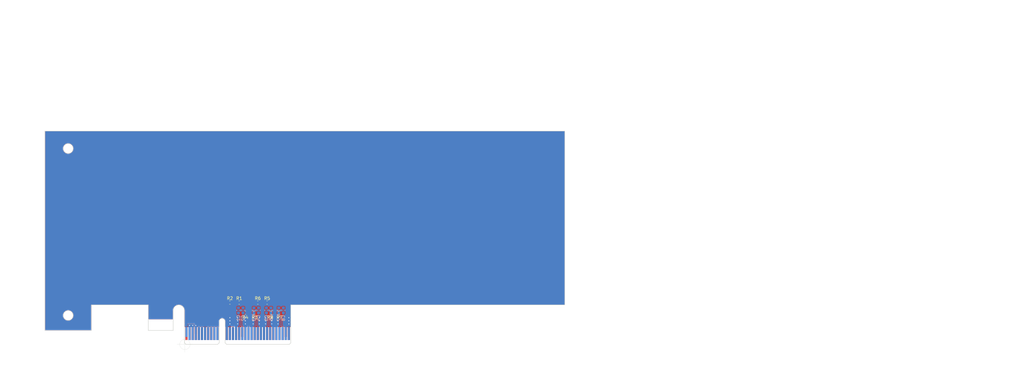
<source format=kicad_pcb>
(kicad_pcb (version 20211014) (generator pcbnew)
  (title_block (title "PCIexpress_x16_full") (company "Author: Luca Anastasio"))
  (layers (0 "F.Cu" power) (1 "In1.Cu" power) (2 "In2.Cu" power) (31 "B.Cu" power) (34 "B.Paste" user) (35 "F.Paste" user) (36 "B.SilkS" user "B.Silkscreen") (37 "F.SilkS" user "F.Silkscreen") (38 "B.Mask" user) (39 "F.Mask" user) (44 "Edge.Cuts" user))
  (net 0 "")
  (net 1 "GND")
  (net 2 "Net-(J2-PadA32)")
  (net 3 "Net-(J2-PadA19)")
  (net 4 "+12V")
  (net 5 "+3V3")
  (net 6 "+3.3VA")
  (net 7 "Net-(J2-PadB12)")
  (net 8 "Net-(J2-PadB30)")
  (net 9 "/PER0_P")
  (net 10 "/PER0_N")
  (net 11 "/PER1_P")
  (net 12 "/PER1_N")
  (net 13 "/PER2_P")
  (net 14 "/PER2_N")
  (net 15 "/PER3_P")
  (net 16 "/PER3_N")
  (net 17 "/~{PRSNT2x4}")
  (net 18 "/PET3_N")
  (net 19 "/PET3_P")
  (net 20 "/PET2_N")
  (net 21 "/PET2_P")
  (net 22 "/PET1_N")
  (net 23 "/PET1_P")
  (net 24 "/SMCLK")
  (net 25 "/SMDAT")
  (net 26 "/~{TRST}")
  (net 27 "/~{WAKE}")
  (net 28 "/PET0_P")
  (net 29 "/PET0_N")
  (net 30 "/~{PRSNT2x1}")
  (net 31 "/~{PRSNT1}")
  (net 32 "/TCK")
  (net 33 "/TDI")
  (net 34 "/TDO")
  (net 35 "/TMS")
  (net 36 "/~{PERST}")
  (net 37 "/REFCLK-")
  (net 38 "/REFCLK+")
  (net 39 "/PCIexpress_connector/_PER0_P")
  (net 40 "/PCIexpress_connector/_PER0_N")
  (net 41 "/PCIexpress_connector/_PER1_P")
  (net 42 "/PCIexpress_connector/_PER1_N")
  (net 43 "/PCIexpress_connector/_PER2_P")
  (net 44 "/PCIexpress_connector/_PER2_N")
  (net 45 "/PCIexpress_connector/_PER3_P")
  (net 46 "/PCIexpress_connector/_PER3_N")
  (footprint "PCIexpress:PCIexpress_bracket_low" (layer "F.Cu") (at 109.625 194.125)
    (fp_text reference "J1" hide)
    (fp_text value "PCIexpress_bracket")
  )
  (footprint "Resistor_SMD:R_0603_1608Metric" (layer "F.Cu") (at 127.125 180.625)
    (fp_text reference "R1" (at 0 -1.375) (layer "F.SilkS"))
    (fp_text value "49.9")
    (fp_line (start -0.162779 -0.51) (end 0.162779 -0.51) (layer "F.SilkS") (width 0.12))
    (fp_line (start -0.162779 0.51) (end 0.162779 0.51) (layer "F.SilkS") (width 0.12))
    (pad "1" smd roundrect locked (at -0.7875 0) (size 0.875 0.95) (layers "F.Cu" "F.Paste" "F.Mask") (net 29 "/PET0_N"))
    (pad "2" smd roundrect locked (at 0.7875 0) (size 0.875 0.95) (layers "F.Cu" "F.Paste" "F.Mask") (net 1 "GND"))
  )
  (footprint "Resistor_SMD:R_0603_1608Metric" (layer "F.Cu") (at 124.125 180.625 180)
    (fp_text reference "R2" (at 0 1.375) (layer "F.SilkS"))
    (fp_text value "49.9")
    (fp_line (start -0.162779 -0.51) (end 0.162779 -0.51) (layer "F.SilkS") (width 0.12))
    (fp_line (start -0.162779 0.51) (end 0.162779 0.51) (layer "F.SilkS") (width 0.12))
    (pad "1" smd roundrect locked (at -0.7875 0 180) (size 0.875 0.95) (layers "F.Cu" "F.Paste" "F.Mask") (net 28 "/PET0_P"))
    (pad "2" smd roundrect locked (at 0.7875 0 180) (size 0.875 0.95) (layers "F.Cu" "F.Paste" "F.Mask") (net 1 "GND"))
  )
  (footprint "Resistor_SMD:R_0603_1608Metric" (layer "F.Cu") (at 136.125 180.625)
    (fp_text reference "R5" (at 0 -1.375) (layer "F.SilkS"))
    (fp_text value "49.9")
    (fp_line (start -0.162779 0.51) (end 0.162779 0.51) (layer "F.SilkS") (width 0.12))
    (fp_line (start -0.162779 -0.51) (end 0.162779 -0.51) (layer "F.SilkS") (width 0.12))
    (pad "1" smd roundrect locked (at -0.7875 0) (size 0.875 0.95) (layers "F.Cu" "F.Paste" "F.Mask") (net 20 "/PET2_N"))
    (pad "2" smd roundrect locked (at 0.7875 0) (size 0.875 0.95) (layers "F.Cu" "F.Paste" "F.Mask") (net 1 "GND"))
  )
  (footprint "Resistor_SMD:R_0603_1608Metric" (layer "F.Cu") (at 133.125 180.625 180)
    (fp_text reference "R6" (at 0 1.375) (layer "F.SilkS"))
    (fp_text value "49.9")
    (fp_line (start -0.162779 0.51) (end 0.162779 0.51) (layer "F.SilkS") (width 0.12))
    (fp_line (start -0.162779 -0.51) (end 0.162779 -0.51) (layer "F.SilkS") (width 0.12))
    (pad "1" smd roundrect locked (at -0.7875 0 180) (size 0.875 0.95) (layers "F.Cu" "F.Paste" "F.Mask") (net 21 "/PET2_P"))
    (pad "2" smd roundrect locked (at 0.7875 0 180) (size 0.875 0.95) (layers "F.Cu" "F.Paste" "F.Mask") (net 1 "GND"))
  )
  (footprint "Resistor_SMD:R_0603_1608Metric" (layer "F.Cu") (at 140.125 183.875)
    (fp_text reference "R7" (at 0 1.5) (layer "F.SilkS"))
    (fp_text value "49.9")
    (fp_line (start -0.162779 0.51) (end 0.162779 0.51) (layer "F.SilkS") (width 0.12))
    (fp_line (start -0.162779 -0.51) (end 0.162779 -0.51) (layer "F.SilkS") (width 0.12))
    (pad "1" smd roundrect locked (at -0.7875 0) (size 0.875 0.95) (layers "F.Cu" "F.Paste" "F.Mask") (net 18 "/PET3_N"))
    (pad "2" smd roundrect locked (at 0.7875 0) (size 0.875 0.95) (layers "F.Cu" "F.Paste" "F.Mask") (net 1 "GND"))
  )
  (footprint "Resistor_SMD:R_0603_1608Metric" (layer "F.Cu") (at 137.125 183.875 180)
    (fp_text reference "R8" (at 0 -1.5) (layer "F.SilkS"))
    (fp_text value "49.9")
    (fp_line (start -0.162779 -0.51) (end 0.162779 -0.51) (layer "F.SilkS") (width 0.12))
    (fp_line (start -0.162779 0.51) (end 0.162779 0.51) (layer "F.SilkS") (width 0.12))
    (pad "1" smd roundrect locked (at -0.7875 0 180) (size 0.875 0.95) (layers "F.Cu" "F.Paste" "F.Mask") (net 19 "/PET3_P"))
    (pad "2" smd roundrect locked (at 0.7875 0 180) (size 0.875 0.95) (layers "F.Cu" "F.Paste" "F.Mask") (net 1 "GND"))
  )
  (footprint "Resistor_SMD:R_0603_1608Metric" (layer "F.Cu") (at 129.125 183.875 180)
    (fp_text reference "R4" (at 0 -1.5) (layer "F.SilkS"))
    (fp_text value "49.9")
    (fp_line (start -0.162779 0.51) (end 0.162779 0.51) (layer "F.SilkS") (width 0.12))
    (fp_line (start -0.162779 -0.51) (end 0.162779 -0.51) (layer "F.SilkS") (width 0.12))
    (pad "1" smd roundrect locked (at -0.7875 0 180) (size 0.875 0.95) (layers "F.Cu" "F.Paste" "F.Mask") (net 23 "/PET1_P"))
    (pad "2" smd roundrect locked (at 0.7875 0 180) (size 0.875 0.95) (layers "F.Cu" "F.Paste" "F.Mask") (net 1 "GND"))
  )
  (footprint "Resistor_SMD:R_0603_1608Metric" (layer "F.Cu") (at 132.125 183.875)
    (fp_text reference "R3" (at 0 1.5) (layer "F.SilkS"))
    (fp_text value "49.9")
    (fp_line (start -0.162779 -0.51) (end 0.162779 -0.51) (layer "F.SilkS") (width 0.12))
    (fp_line (start -0.162779 0.51) (end 0.162779 0.51) (layer "F.SilkS") (width 0.12))
    (pad "1" smd roundrect locked (at -0.7875 0) (size 0.875 0.95) (layers "F.Cu" "F.Paste" "F.Mask") (net 22 "/PET1_N"))
    (pad "2" smd roundrect locked (at 0.7875 0) (size 0.875 0.95) (layers "F.Cu" "F.Paste" "F.Mask") (net 1 "GND"))
  )
  (footprint "PCIexpress:PCIexpress_x4" (layer "F.Cu") (at 109.625 194.125)
    (fp_text reference "J2" hide)
    (fp_text value "PCIexpress_x4")
    (pad "A1" connect rect locked (at 0.5 -4) (size 0.7 3.2) (layers "B.Cu") (net 31 "/~{PRSNT1}"))
    (pad "A2" connect rect locked (at 1.5 -3.5) (size 0.7 4.2) (layers "B.Cu") (net 4 "+12V"))
    (pad "A3" connect rect locked (at 2.5 -3.5) (size 0.7 4.2) (layers "B.Cu") (net 4 "+12V"))
    (pad "A4" connect rect locked (at 3.5 -3.5) (size 0.7 4.2) (layers "B.Cu") (net 1 "GND"))
    (pad "A5" connect rect locked (at 4.5 -3.5) (size 0.7 4.2) (layers "B.Cu") (net 32 "/TCK"))
    (pad "A6" connect rect locked (at 5.5 -3.5) (size 0.7 4.2) (layers "B.Cu") (net 33 "/TDI"))
    (pad "A7" connect rect locked (at 6.5 -3.5) (size 0.7 4.2) (layers "B.Cu") (net 34 "/TDO"))
    (pad "A8" connect rect locked (at 7.5 -3.5) (size 0.7 4.2) (layers "B.Cu") (net 35 "/TMS"))
    (pad "A9" connect rect locked (at 8.5 -3.5) (size 0.7 4.2) (layers "B.Cu") (net 5 "+3V3"))
    (pad "A10" connect rect locked (at 9.5 -3.5) (size 0.7 4.2) (layers "B.Cu") (net 5 "+3V3"))
    (pad "A11" connect rect locked (at 10.5 -3.5) (size 0.7 4.2) (layers "B.Cu") (net 36 "/~{PERST}"))
    (pad "A12" connect rect locked (at 13.5 -3.5) (size 0.7 4.2) (layers "B.Cu") (net 1 "GND"))
    (pad "A13" connect rect locked (at 14.5 -3.5) (size 0.7 4.2) (layers "B.Cu") (net 38 "/REFCLK+"))
    (pad "A14" connect rect locked (at 15.5 -3.5) (size 0.7 4.2) (layers "B.Cu") (net 37 "/REFCLK-"))
    (pad "A15" connect rect locked (at 16.5 -3.5) (size 0.7 4.2) (layers "B.Cu") (net 1 "GND"))
    (pad "A16" connect rect locked (at 17.5 -3.5) (size 0.7 4.2) (layers "B.Cu") (net 39 "/PCIexpress_connector/_PER0_P"))
    (pad "A17" connect rect locked (at 18.5 -3.5) (size 0.7 4.2) (layers "B.Cu") (net 40 "/PCIexpress_connector/_PER0_N"))
    (pad "A18" connect rect locked (at 19.5 -3.5) (size 0.7 4.2) (layers "B.Cu") (net 1 "GND"))
    (pad "A19" connect rect locked (at 20.5 -3.5) (size 0.7 4.2) (layers "B.Cu") (net 3 "Net-(J2-PadA19)"))
    (pad "A20" connect rect locked (at 21.5 -3.5) (size 0.7 4.2) (layers "B.Cu") (net 1 "GND"))
    (pad "A21" connect rect locked (at 22.5 -3.5) (size 0.7 4.2) (layers "B.Cu") (net 41 "/PCIexpress_connector/_PER1_P"))
    (pad "A22" connect rect locked (at 23.5 -3.5) (size 0.7 4.2) (layers "B.Cu") (net 42 "/PCIexpress_connector/_PER1_N"))
    (pad "A23" connect rect locked (at 24.5 -3.5) (size 0.7 4.2) (layers "B.Cu") (net 1 "GND"))
    (pad "A24" connect rect locked (at 25.5 -3.5) (size 0.7 4.2) (layers "B.Cu") (net 1 "GND"))
    (pad "A25" connect rect locked (at 26.5 -3.5) (size 0.7 4.2) (layers "B.Cu") (net 43 "/PCIexpress_connector/_PER2_P"))
    (pad "A26" connect rect locked (at 27.5 -3.5) (size 0.7 4.2) (layers "B.Cu") (net 44 "/PCIexpress_connector/_PER2_N"))
    (pad "A27" connect rect locked (at 28.5 -3.5) (size 0.7 4.2) (layers "B.Cu") (net 1 "GND"))
    (pad "A28" connect rect locked (at 29.5 -3.5) (size 0.7 4.2) (layers "B.Cu") (net 1 "GND"))
    (pad "A29" connect rect locked (at 30.5 -3.5) (size 0.7 4.2) (layers "B.Cu") (net 45 "/PCIexpress_connector/_PER3_P"))
    (pad "A30" connect rect locked (at 31.5 -3.5) (size 0.7 4.2) (layers "B.Cu") (net 46 "/PCIexpress_connector/_PER3_N"))
    (pad "A31" connect rect locked (at 32.5 -3.5) (size 0.7 4.2) (layers "B.Cu") (net 1 "GND"))
    (pad "A32" connect rect locked (at 33.5 -3.5) (size 0.7 4.2) (layers "B.Cu") (net 2 "Net-(J2-PadA32)"))
    (pad "B1" connect rect locked (at 0.5 -3.5) (size 0.7 4.2) (layers "F.Cu") (net 4 "+12V"))
    (pad "B2" connect rect locked (at 1.5 -3.5) (size 0.7 4.2) (layers "F.Cu") (net 4 "+12V"))
    (pad "B3" connect rect locked (at 2.5 -3.5) (size 0.7 4.2) (layers "F.Cu") (net 4 "+12V"))
    (pad "B4" connect rect locked (at 3.5 -3.5) (size 0.7 4.2) (layers "F.Cu") (net 1 "GND"))
    (pad "B5" connect rect locked (at 4.5 -3.5) (size 0.7 4.2) (layers "F.Cu") (net 24 "/SMCLK"))
    (pad "B6" connect rect locked (at 5.5 -3.5) (size 0.7 4.2) (layers "F.Cu") (net 25 "/SMDAT"))
    (pad "B7" connect rect locked (at 6.5 -3.5) (size 0.7 4.2) (layers "F.Cu") (net 1 "GND"))
    (pad "B8" connect rect locked (at 7.5 -3.5) (size 0.7 4.2) (layers "F.Cu") (net 5 "+3V3"))
    (pad "B9" connect rect locked (at 8.5 -3.5) (size 0.7 4.2) (layers "F.Cu") (net 26 "/~{TRST}"))
    (pad "B10" connect rect locked (at 9.5 -3.5) (size 0.7 4.2) (layers "F.Cu") (net 6 "+3.3VA"))
    (pad "B11" connect rect locked (at 10.5 -3.5) (size 0.7 4.2) (layers "F.Cu") (net 27 "/~{WAKE}"))
    (pad "B12" connect rect locked (at 13.5 -3.5) (size 0.7 4.2) (layers "F.Cu") (net 7 "Net-(J2-PadB12)"))
    (pad "B13" connect rect locked (at 14.5 -3.5) (size 0.7 4.2) (layers "F.Cu") (net 1 "GND"))
    (pad "B14" connect rect locked (at 15.5 -3.5) (size 0.7 4.2) (layers "F.Cu") (net 28 "/PET0_P"))
    (pad "B15" connect rect locked (at 16.5 -3.5) (size 0.7 4.2) (layers "F.Cu") (net 29 "/PET0_N"))
    (pad "B16" connect rect locked (at 17.5 -3.5) (size 0.7 4.2) (layers "F.Cu") (net 1 "GND"))
    (pad "B17" connect rect locked (at 18.5 -4) (size 0.7 3.2) (layers "F.Cu") (net 30 "/~{PRSNT2x1}"))
    (pad "B18" connect rect locked (at 19.5 -3.5) (size 0.7 4.2) (layers "F.Cu") (net 1 "GND"))
    (pad "B19" connect rect locked (at 20.5 -3.5) (size 0.7 4.2) (layers "F.Cu") (net 23 "/PET1_P"))
    (pad "B20" connect rect locked (at 21.5 -3.5) (size 0.7 4.2) (layers "F.Cu") (net 22 "/PET1_N"))
    (pad "B21" connect rect locked (at 22.5 -3.5) (size 0.7 4.2) (layers "F.Cu") (net 1 "GND"))
    (pad "B22" connect rect locked (at 23.5 -3.5) (size 0.7 4.2) (layers "F.Cu") (net 1 "GND"))
    (pad "B23" connect rect locked (at 24.5 -3.5) (size 0.7 4.2) (layers "F.Cu") (net 21 "/PET2_P"))
    (pad "B24" connect rect locked (at 25.5 -3.5) (size 0.7 4.2) (layers "F.Cu") (net 20 "/PET2_N"))
    (pad "B25" connect rect locked (at 26.5 -3.5) (size 0.7 4.2) (layers "F.Cu") (net 1 "GND"))
    (pad "B26" connect rect locked (at 27.5 -3.5) (size 0.7 4.2) (layers "F.Cu") (net 1 "GND"))
    (pad "B27" connect rect locked (at 28.5 -3.5) (size 0.7 4.2) (layers "F.Cu") (net 19 "/PET3_P"))
    (pad "B28" connect rect locked (at 29.5 -3.5) (size 0.7 4.2) (layers "F.Cu") (net 18 "/PET3_N"))
    (pad "B29" connect rect locked (at 30.5 -3.5) (size 0.7 4.2) (layers "F.Cu") (net 1 "GND"))
    (pad "B30" connect rect locked (at 31.5 -3.5) (size 0.7 4.2) (layers "F.Cu") (net 8 "Net-(J2-PadB30)"))
    (pad "B31" connect rect locked (at 32.5 -4) (size 0.7 3.2) (layers "F.Cu") (net 17 "/~{PRSNT2x4}"))
    (pad "B32" connect rect locked (at 33.5 -3.5) (size 0.7 4.2) (layers "F.Cu") (net 1 "GND"))
  )
  (footprint "Capacitor_SMD:C_0603_1608Metric" (layer "B.Cu") (at 126.875 183.125 -90)
    (fp_text reference "C1" (at 2.5 0 90) (layer "B.SilkS") (effects (justify mirror)))
    (fp_text value "100n")
    (fp_line (start -0.162779 -0.51) (end 0.162779 -0.51) (layer "B.SilkS") (width 0.12))
    (fp_line (start -0.162779 0.51) (end 0.162779 0.51) (layer "B.SilkS") (width 0.12))
    (pad "1" smd roundrect locked (at -0.7875 0 270) (size 0.875 0.95) (layers "B.Cu" "B.Paste" "B.Mask") (net 9 "/PER0_P"))
    (pad "2" smd roundrect locked (at 0.7875 0 270) (size 0.875 0.95) (layers "B.Cu" "B.Paste" "B.Mask") (net 39 "/PCIexpress_connector/_PER0_P"))
  )
  (footprint "Capacitor_SMD:C_0603_1608Metric" (layer "B.Cu") (at 128.375 183.125 90)
    (fp_text reference "C2" (at -2.5 0 90) (layer "B.SilkS") (effects (justify mirror)))
    (fp_text value "100n")
    (fp_line (start -0.162779 0.51) (end 0.162779 0.51) (layer "B.SilkS") (width 0.12))
    (fp_line (start -0.162779 -0.51) (end 0.162779 -0.51) (layer "B.SilkS") (width 0.12))
    (pad "1" smd roundrect locked (at -0.7875 0 90) (size 0.875 0.95) (layers "B.Cu" "B.Paste" "B.Mask") (net 40 "/PCIexpress_connector/_PER0_N"))
    (pad "2" smd roundrect locked (at 0.7875 0 90) (size 0.875 0.95) (layers "B.Cu" "B.Paste" "B.Mask") (net 10 "/PER0_N"))
  )
  (footprint "Capacitor_SMD:C_0603_1608Metric" (layer "B.Cu") (at 131.875 183.125 -90)
    (fp_text reference "C3" (at 2.5 0 90) (layer "B.SilkS") (effects (justify mirror)))
    (fp_text value "100n")
    (fp_line (start -0.162779 0.51) (end 0.162779 0.51) (layer "B.SilkS") (width 0.12))
    (fp_line (start -0.162779 -0.51) (end 0.162779 -0.51) (layer "B.SilkS") (width 0.12))
    (pad "1" smd roundrect locked (at -0.7875 0 270) (size 0.875 0.95) (layers "B.Cu" "B.Paste" "B.Mask") (net 11 "/PER1_P"))
    (pad "2" smd roundrect locked (at 0.7875 0 270) (size 0.875 0.95) (layers "B.Cu" "B.Paste" "B.Mask") (net 41 "/PCIexpress_connector/_PER1_P"))
  )
  (footprint "Capacitor_SMD:C_0603_1608Metric" (layer "B.Cu") (at 133.375 183.125 90)
    (fp_text reference "C4" (at -2.5 0 90) (layer "B.SilkS") (effects (justify mirror)))
    (fp_text value "100n")
    (fp_line (start -0.162779 -0.51) (end 0.162779 -0.51) (layer "B.SilkS") (width 0.12))
    (fp_line (start -0.162779 0.51) (end 0.162779 0.51) (layer "B.SilkS") (width 0.12))
    (pad "1" smd roundrect locked (at -0.7875 0 90) (size 0.875 0.95) (layers "B.Cu" "B.Paste" "B.Mask") (net 42 "/PCIexpress_connector/_PER1_N"))
    (pad "2" smd roundrect locked (at 0.7875 0 90) (size 0.875 0.95) (layers "B.Cu" "B.Paste" "B.Mask") (net 12 "/PER1_N"))
  )
  (footprint "Capacitor_SMD:C_0603_1608Metric" (layer "B.Cu") (at 135.875 183.125 -90)
    (fp_text reference "C5" (at 2.5 0 90) (layer "B.SilkS") (effects (justify mirror)))
    (fp_text value "100n")
    (fp_line (start -0.162779 -0.51) (end 0.162779 -0.51) (layer "B.SilkS") (width 0.12))
    (fp_line (start -0.162779 0.51) (end 0.162779 0.51) (layer "B.SilkS") (width 0.12))
    (pad "1" smd roundrect locked (at -0.7875 0 270) (size 0.875 0.95) (layers "B.Cu" "B.Paste" "B.Mask") (net 13 "/PER2_P"))
    (pad "2" smd roundrect locked (at 0.7875 0 270) (size 0.875 0.95) (layers "B.Cu" "B.Paste" "B.Mask") (net 43 "/PCIexpress_connector/_PER2_P"))
  )
  (footprint "Capacitor_SMD:C_0603_1608Metric" (layer "B.Cu") (at 137.375 183.125 90)
    (fp_text reference "C6" (at -2.5 0 90) (layer "B.SilkS") (effects (justify mirror)))
    (fp_text value "100n")
    (fp_line (start -0.162779 0.51) (end 0.162779 0.51) (layer "B.SilkS") (width 0.12))
    (fp_line (start -0.162779 -0.51) (end 0.162779 -0.51) (layer "B.SilkS") (width 0.12))
    (pad "1" smd roundrect locked (at -0.7875 0 90) (size 0.875 0.95) (layers "B.Cu" "B.Paste" "B.Mask") (net 44 "/PCIexpress_connector/_PER2_N"))
    (pad "2" smd roundrect locked (at 0.7875 0 90) (size 0.875 0.95) (layers "B.Cu" "B.Paste" "B.Mask") (net 14 "/PER2_N"))
  )
  (footprint "Capacitor_SMD:C_0603_1608Metric" (layer "B.Cu") (at 139.875 183.125 -90)
    (fp_text reference "C7" (at 2.5 0 90) (layer "B.SilkS") (effects (justify mirror)))
    (fp_text value "100n")
    (fp_line (start -0.162779 -0.51) (end 0.162779 -0.51) (layer "B.SilkS") (width 0.12))
    (fp_line (start -0.162779 0.51) (end 0.162779 0.51) (layer "B.SilkS") (width 0.12))
    (pad "1" smd roundrect locked (at -0.7875 0 270) (size 0.875 0.95) (layers "B.Cu" "B.Paste" "B.Mask") (net 15 "/PER3_P"))
    (pad "2" smd roundrect locked (at 0.7875 0 270) (size 0.875 0.95) (layers "B.Cu" "B.Paste" "B.Mask") (net 45 "/PCIexpress_connector/_PER3_P"))
  )
  (footprint "Capacitor_SMD:C_0603_1608Metric" (layer "B.Cu") (at 141.375 183.125 90)
    (fp_text reference "C8" (at -2.5 0 90) (layer "B.SilkS") (effects (justify mirror)))
    (fp_text value "100n")
    (fp_line (start -0.162779 0.51) (end 0.162779 0.51) (layer "B.SilkS") (width 0.12))
    (fp_line (start -0.162779 -0.51) (end 0.162779 -0.51) (layer "B.SilkS") (width 0.12))
    (pad "1" smd roundrect locked (at -0.7875 0 90) (size 0.875 0.95) (layers "B.Cu" "B.Paste" "B.Mask") (net 46 "/PCIexpress_connector/_PER3_N"))
    (pad "2" smd roundrect locked (at 0.7875 0 90) (size 0.875 0.95) (layers "B.Cu" "B.Paste" "B.Mask") (net 16 "/PER3_N"))
  )
  (gr_line (start 97.825 189.625) (end 105.825 189.625) (layer "Edge.Cuts") (width 0.15))
  (gr_circle (center 71.975 184.775) (end 73.575 184.775) (layer "Edge.Cuts") (width 0.15) (fill none))
  (gr_line (start 232.125 125.225) (end 64.475 125.225) (layer "Edge.Cuts") (width 0.15))
  (gr_line (start 109.975 194.125) (end 120.175 194.125) (layer "Edge.Cuts") (width 0.15))
  (gr_line (start 79.475 189.625) (end 79.475 181.375) (layer "Edge.Cuts") (width 0.15))
  (gr_line (start 143.775 181.375) (end 143.775 193.625) (layer "Edge.Cuts") (width 0.15))
  (gr_arc (start 105.825 183.2) (mid 107.65 181.375) (end 109.475 183.2) (layer "Edge.Cuts") (width 0.15))
  (gr_line (start 64.475 189.625) (end 79.475 189.625) (layer "Edge.Cuts") (width 0.15))
  (gr_line (start 79.475 181.375) (end 97.825 181.375) (layer "Edge.Cuts") (width 0.15))
  (gr_line (start 143.275 194.125) (end 123.075 194.125) (layer "Edge.Cuts") (width 0.15))
  (gr_circle (center 71.975 130.875) (end 73.575 130.875) (layer "Edge.Cuts") (width 0.15) (fill none))
  (gr_line (start 120.175 194.125) (end 120.675 193.625) (layer "Edge.Cuts") (width 0.15))
  (gr_line (start 232.125 181.375) (end 232.125 125.225) (layer "Edge.Cuts") (width 0.15))
  (gr_line (start 97.825 181.375) (end 97.825 189.625) (layer "Edge.Cuts") (width 0.15))
  (gr_line (start 122.575 193.625) (end 123.075 194.125) (layer "Edge.Cuts") (width 0.15))
  (gr_line (start 109.475 193.625) (end 109.975 194.125) (layer "Edge.Cuts") (width 0.15))
  (gr_line (start 109.475 183.2) (end 109.475 193.625) (layer "Edge.Cuts") (width 0.15))
  (gr_line (start 232.125 181.375) (end 143.775 181.375) (layer "Edge.Cuts") (width 0.15))
  (gr_line (start 143.775 193.625) (end 143.275 194.125) (layer "Edge.Cuts") (width 0.15))
  (gr_line (start 120.675 193.625) (end 120.675 186.675) (layer "Edge.Cuts") (width 0.15))
  (gr_line (start 122.575 186.675) (end 122.575 193.625) (layer "Edge.Cuts") (width 0.15))
  (gr_line (start 105.825 189.625) (end 105.825 183.2) (layer "Edge.Cuts") (width 0.15))
  (gr_arc (start 120.675 186.675) (mid 121.625 185.725) (end 122.575 186.675) (layer "Edge.Cuts") (width 0.15))
  (gr_line (start 64.475 125.225) (end 64.475 189.625) (layer "Edge.Cuts") (width 0.15))
  (target plus (at 109.625 194.125) (size 5) (width 0.05) (layer "Edge.Cuts"))
  (segment (start 113.125 188.125) (end 113.125 188.125) (width 0.7) (layer "F.Cu") (net 1))
  (segment (start 113.125 190.625) (end 113.125 188) (width 0.7) (layer "F.Cu") (net 1))
  (via (at 124.125 185.5) (size 0.55) (drill 0.3) (layers "F.Cu" "B.Cu") (net 1))
  (via (at 143.125 185.5) (size 0.55) (drill 0.3) (layers "F.Cu" "B.Cu") (net 1))
  (via (at 135.625 185.5) (size 0.55) (drill 0.3) (layers "F.Cu" "B.Cu") (net 1))
  (via (at 139.625 185.5) (size 0.55) (drill 0.3) (layers "F.Cu" "B.Cu") (net 1))
  (via (at 133.625 185.5) (size 0.55) (drill 0.3) (layers "F.Cu" "B.Cu") (net 1))
  (via (at 129.125 185.5) (size 0.55) (drill 0.3) (layers "F.Cu" "B.Cu") (net 1))
  (via (at 126.625 185.5) (size 0.55) (drill 0.3) (layers "F.Cu" "B.Cu") (net 1))
  (via (at 131.625 185.5) (size 0.55) (drill 0.3) (layers "F.Cu" "B.Cu") (net 1))
  (via (at 137.625 185.5) (size 0.55) (drill 0.3) (layers "F.Cu" "B.Cu") (net 1))
  (via (at 131.625 186.5) (size 0.55) (drill 0.3) (layers "F.Cu" "B.Cu") (net 1))
  (via (at 143.125 186.5) (size 0.55) (drill 0.3) (layers "F.Cu" "B.Cu") (net 1))
  (via (at 135.625 186.5) (size 0.55) (drill 0.3) (layers "F.Cu" "B.Cu") (net 1))
  (via (at 133.625 187.5) (size 0.55) (drill 0.3) (layers "F.Cu" "B.Cu") (net 1))
  (via (at 133.625 186.5) (size 0.55) (drill 0.3) (layers "F.Cu" "B.Cu") (net 1))
  (via (at 129.125 187.5) (size 0.55) (drill 0.3) (layers "F.Cu" "B.Cu") (net 1))
  (via (at 113.125 188) (size 0.55) (drill 0.3) (layers "F.Cu" "B.Cu") (net 1))
  (via (at 137.625 186.5) (size 0.55) (drill 0.3) (layers "F.Cu" "B.Cu") (net 1))
  (via (at 126.625 186.5) (size 0.55) (drill 0.3) (layers "F.Cu" "B.Cu") (net 1))
  (via (at 131.625 187.5) (size 0.55) (drill 0.3) (layers "F.Cu" "B.Cu") (net 1))
  (via (at 124.125 187.5) (size 0.55) (drill 0.3) (layers "F.Cu" "B.Cu") (net 1))
  (via (at 124.125 186.5) (size 0.55) (drill 0.3) (layers "F.Cu" "B.Cu") (net 1))
  (via (at 137.625 187.5) (size 0.55) (drill 0.3) (layers "F.Cu" "B.Cu") (net 1))
  (via (at 139.625 186.5) (size 0.55) (drill 0.3) (layers "F.Cu" "B.Cu") (net 1))
  (via (at 135.625 187.5) (size 0.55) (drill 0.3) (layers "F.Cu" "B.Cu") (net 1))
  (via (at 126.625 187.5) (size 0.55) (drill 0.3) (layers "F.Cu" "B.Cu") (net 1))
  (via (at 129.125 186.5) (size 0.55) (drill 0.3) (layers "F.Cu" "B.Cu") (net 1))
  (via (at 139.625 187.5) (size 0.55) (drill 0.3) (layers "F.Cu" "B.Cu") (net 1))
  (via (at 143.125 187.5) (size 0.55) (drill 0.3) (layers "F.Cu" "B.Cu") (net 1))
  (segment (start 111.125 190.625) (end 111.125 188) (width 0.0889) (layer "F.Cu") (net 4))
  (via (at 111.125 188) (size 0.55) (drill 0.3) (layers "F.Cu" "B.Cu") (net 4))
  (via (at 112.125 188) (size 0.55) (drill 0.3) (layers "F.Cu" "B.Cu") (net 4))
  (segment (start 139.3375 184.5375) (end 139.3375 183.875) (width 0.2) (layer "F.Cu") (net 18))
  (segment (start 139.125 188.375) (end 138.825 188.075) (width 0.2) (layer "F.Cu") (net 18))
  (segment (start 138.825 188.075) (end 138.825 185.05) (width 0.2) (layer "F.Cu") (net 18))
  (segment (start 139.125 190.625) (end 139.125 188.375) (width 0.2) (layer "F.Cu") (net 18))
  (segment (start 138.825 185.05) (end 139.3375 184.5375) (width 0.2) (layer "F.Cu") (net 18))
  (segment (start 138.425 185.05) (end 137.9125 184.5375) (width 0.2) (layer "F.Cu") (net 19))
  (segment (start 138.125 188.375) (end 138.425 188.075) (width 0.2) (layer "F.Cu") (net 19))
  (segment (start 138.125 190.625) (end 138.125 188.375) (width 0.2) (layer "F.Cu") (net 19))
  (segment (start 137.9125 184.5375) (end 137.9125 183.875) (width 0.2) (layer "F.Cu") (net 19))
  (segment (start 138.425 188.075) (end 138.425 185.05) (width 0.2) (layer "F.Cu") (net 19))
  (segment (start 134.825 181.8) (end 134.825 188.075) (width 0.2) (layer "F.Cu") (net 20))
  (segment (start 135.125 188.375) (end 135.125 190.625) (width 0.2) (layer "F.Cu") (net 20))
  (segment (start 135.3375 181.2875) (end 134.825 181.8) (width 0.2) (layer "F.Cu") (net 20))
  (segment (start 135.3375 180.625) (end 135.3375 181.2875) (width 0.2) (layer "F.Cu") (net 20))
  (segment (start 134.825 188.075) (end 135.125 188.375) (width 0.2) (layer "F.Cu") (net 20))
  (segment (start 133.9125 181.26875) (end 134.425 181.78125) (width 0.2) (layer "F.Cu") (net 21))
  (segment (start 134.425 181.78125) (end 134.425 188.075) (width 0.2) (layer "F.Cu") (net 21))
  (segment (start 134.425 188.075) (end 134.125 188.375) (width 0.2) (layer "F.Cu") (net 21))
  (segment (start 133.9125 180.625) (end 133.9125 181.26875) (width 0.2) (layer "F.Cu") (net 21))
  (segment (start 134.125 188.375) (end 134.125 190.625) (width 0.2) (layer "F.Cu") (net 21))
  (segment (start 130.825 185.05) (end 131.3375 184.5375) (width 0.2) (layer "F.Cu") (net 22))
  (segment (start 131.125 188.375) (end 130.825 188.075) (width 0.2) (layer "F.Cu") (net 22))
  (segment (start 130.825 188.075) (end 130.825 185.05) (width 0.2) (layer "F.Cu") (net 22))
  (segment (start 131.125 190.625) (end 131.125 188.375) (width 0.2) (layer "F.Cu") (net 22))
  (segment (start 131.3375 184.5375) (end 131.3375 183.875) (width 0.2) (layer "F.Cu") (net 22))
  (segment (start 130.425 188.075) (end 130.425 185.05) (width 0.2) (layer "F.Cu") (net 23))
  (segment (start 130.125 188.375) (end 130.425 188.075) (width 0.2) (layer "F.Cu") (net 23))
  (segment (start 129.9125 184.5375) (end 129.9125 183.875) (width 0.2) (layer "F.Cu") (net 23))
  (segment (start 130.425 185.05) (end 129.9125 184.5375) (width 0.2) (layer "F.Cu") (net 23))
  (segment (start 130.125 190.625) (end 130.125 188.375) (width 0.2) (layer "F.Cu") (net 23))
  (segment (start 125.125 188.375) (end 125.425 188.075) (width 0.2) (layer "F.Cu") (net 28))
  (segment (start 125.125 190.625) (end 125.125 188.375) (width 0.2) (layer "F.Cu") (net 28))
  (segment (start 125.425 181.78125) (end 124.9125 181.26875) (width 0.2) (layer "F.Cu") (net 28))
  (segment (start 125.425 188.075) (end 125.425 181.78125) (width 0.2) (layer "F.Cu") (net 28))
  (segment (start 124.9125 181.26875) (end 124.9125 180.625) (width 0.2) (layer "F.Cu") (net 28))
  (segment (start 126.125 188.375) (end 125.825 188.075) (width 0.2) (layer "F.Cu") (net 29))
  (segment (start 126.3375 181.2875) (end 126.3375 180.625) (width 0.2) (layer "F.Cu") (net 29))
  (segment (start 125.825 188.075) (end 125.825 181.8) (width 0.2) (layer "F.Cu") (net 29))
  (segment (start 126.125 190.625) (end 126.125 188.375) (width 0.2) (layer "F.Cu") (net 29))
  (segment (start 125.825 181.8) (end 126.3375 181.2875) (width 0.2) (layer "F.Cu") (net 29))
  (segment (start 127.425 188.075) (end 127.125 188.375) (width 0.2) (layer "B.Cu") (net 39))
  (segment (start 126.875 183.9125) (end 126.875 184.5) (width 0.2) (layer "B.Cu") (net 39))
  (segment (start 126.875 184.5) (end 127.425 185.05) (width 0.2) (layer "B.Cu") (net 39))
  (segment (start 127.125 188.375) (end 127.125 190.625) (width 0.2) (layer "B.Cu") (net 39))
  (segment (start 127.425 185.05) (end 127.425 188.075) (width 0.2) (layer "B.Cu") (net 39))
  (segment (start 128.375 183.9125) (end 128.375 184.5) (width 0.2) (layer "B.Cu") (net 40))
  (segment (start 128.375 184.5) (end 127.825 185.05) (width 0.2) (layer "B.Cu") (net 40))
  (segment (start 127.825 185.05) (end 127.825 188.075) (width 0.2) (layer "B.Cu") (net 40))
  (segment (start 127.825 188.075) (end 128.125 188.375) (width 0.2) (layer "B.Cu") (net 40))
  (segment (start 128.125 188.375) (end 128.125 190.625) (width 0.2) (layer "B.Cu") (net 40))
  (segment (start 132.425 188.075) (end 132.125 188.375) (width 0.2) (layer "B.Cu") (net 41))
  (segment (start 132.425 185.05) (end 132.425 188.075) (width 0.2) (layer "B.Cu") (net 41))
  (segment (start 131.875 184.5) (end 132.425 185.05) (width 0.2) (layer "B.Cu") (net 41))
  (segment (start 132.125 188.375) (end 132.125 190.625) (width 0.2) (layer "B.Cu") (net 41))
  (segment (start 131.875 183.9125) (end 131.875 184.5) (width 0.2) (layer "B.Cu") (net 41))
  (segment (start 133.125 188.375) (end 133.125 190.625) (width 0.2) (layer "B.Cu") (net 42))
  (segment (start 132.825 185.05) (end 132.825 188.075) (width 0.2) (layer "B.Cu") (net 42))
  (segment (start 133.375 184.5) (end 132.825 185.05) (width 0.2) (layer "B.Cu") (net 42))
  (segment (start 133.375 183.9125) (end 133.375 184.5) (width 0.2) (layer "B.Cu") (net 42))
  (segment (start 132.825 188.075) (end 133.125 188.375) (width 0.2) (layer "B.Cu") (net 42))
  (segment (start 136.425 188.075) (end 136.125 188.375) (width 0.2) (layer "B.Cu") (net 43))
  (segment (start 136.425 185.05) (end 136.425 188.075) (width 0.2) (layer "B.Cu") (net 43))
  (segment (start 135.875 184.5) (end 136.425 185.05) (width 0.2) (layer "B.Cu") (net 43))
  (segment (start 136.125 188.375) (end 136.125 190.625) (width 0.2) (layer "B.Cu") (net 43))
  (segment (start 135.875 183.9125) (end 135.875 184.5) (width 0.2) (layer "B.Cu") (net 43))
  (segment (start 137.125 188.375) (end 137.125 190.625) (width 0.2) (layer "B.Cu") (net 44))
  (segment (start 136.825 185.05) (end 136.825 188.075) (width 0.2) (layer "B.Cu") (net 44))
  (segment (start 137.375 184.5) (end 136.825 185.05) (width 0.2) (layer "B.Cu") (net 44))
  (segment (start 137.375 183.9125) (end 137.375 184.5) (width 0.2) (layer "B.Cu") (net 44))
  (segment (start 136.825 188.075) (end 137.125 188.375) (width 0.2) (layer "B.Cu") (net 44))
  (segment (start 140.125 188.375) (end 140.125 190.625) (width 0.2) (layer "B.Cu") (net 45))
  (segment (start 139.875 184.5) (end 140.425 185.05) (width 0.2) (layer "B.Cu") (net 45))
  (segment (start 139.875 183.9125) (end 139.875 184.5) (width 0.2) (layer "B.Cu") (net 45))
  (segment (start 140.425 188.075) (end 140.125 188.375) (width 0.2) (layer "B.Cu") (net 45))
  (segment (start 140.425 185.05) (end 140.425 188.075) (width 0.2) (layer "B.Cu") (net 45))
  (segment (start 141.375 183.9125) (end 141.375 184.5) (width 0.2) (layer "B.Cu") (net 46))
  (segment (start 140.825 188.075) (end 141.125 188.375) (width 0.2) (layer "B.Cu") (net 46))
  (segment (start 141.375 184.5) (end 140.825 185.05) (width 0.2) (layer "B.Cu") (net 46))
  (segment (start 141.125 188.375) (end 141.125 190.625) (width 0.2) (layer "B.Cu") (net 46))
  (segment (start 140.825 185.05) (end 140.825 188.075) (width 0.2) (layer "B.Cu") (net 46))
  (zone (net 4) (net_name "+12V") (layer "F.Cu") (priority 2) (connect_pads thru_hole_only (clearance 0)) (min_thickness 0.25) (fill yes (thermal_gap 0.508) (thermal_bridge_width 0.508))
    (polygon (pts (xy 112.625 188.526) (xy 109.375 188.526) (xy 109.375 187.5) (xy 112.625 187.5)))
  )
  (zone (net 0) (net_name "") (layers "F.Cu" "In1.Cu" "In2.Cu" "B.Cu") (connect_pads (clearance 0)) (min_thickness 0.254)
    (keepout (tracks not_allowed) (vias not_allowed) (pads allowed) (copperpour not_allowed) (footprints allowed))
    (fill (thermal_gap 0.508) (thermal_bridge_width 0.508))
    (polygon (pts (xy 97.825 186.125) (xy 105.825 186.125) (xy 105.825 189.625) (xy 97.825 189.625)))
  )
  (zone (net 1) (net_name "GND") (layer "F.Cu") (connect_pads thru_hole_only (clearance 0)) (min_thickness 0.25) (fill yes (thermal_gap 0.508) (thermal_bridge_width 0.508))
    (polygon (pts (xy 64.5 125.25) (xy 232.125 125.25) (xy 232.125 181.375) (xy 143.875 181.375) (xy 143.875 188.525) (xy 109.375 188.525) (xy 109.375 183.25) (xy 105.875 183.25) (xy 105.875 186) (xy 97.75 186) (xy 97.75 181.375) (xy 79.5 181.375) (xy 79.5 189.625) (xy 64.5 189.625)))
  )
  (zone (net 4) (net_name "+12V") (layer "B.Cu") (priority 2) (connect_pads thru_hole_only (clearance 0)) (min_thickness 0.25) (fill yes (thermal_gap 0.508) (thermal_bridge_width 0.508))
    (polygon (pts (xy 112.625 188.526) (xy 110.625 188.526) (xy 110.625 187.5) (xy 112.625 187.5)))
  )
  (zone (net 1) (net_name "GND") (layer "B.Cu") (connect_pads thru_hole_only (clearance 0)) (min_thickness 0.25) (fill yes (thermal_gap 0.508) (thermal_bridge_width 0.508))
    (polygon (pts (xy 64.5 125.25) (xy 232.125 125.25) (xy 232.125 181.375) (xy 143.875 181.375) (xy 143.875 188.525) (xy 109.375 188.525) (xy 109.375 183.25) (xy 105.875 183.25) (xy 105.875 186) (xy 97.75 186) (xy 97.75 181.375) (xy 79.5 181.375) (xy 79.5 189.625) (xy 64.5 189.625)))
  )
)
</source>
